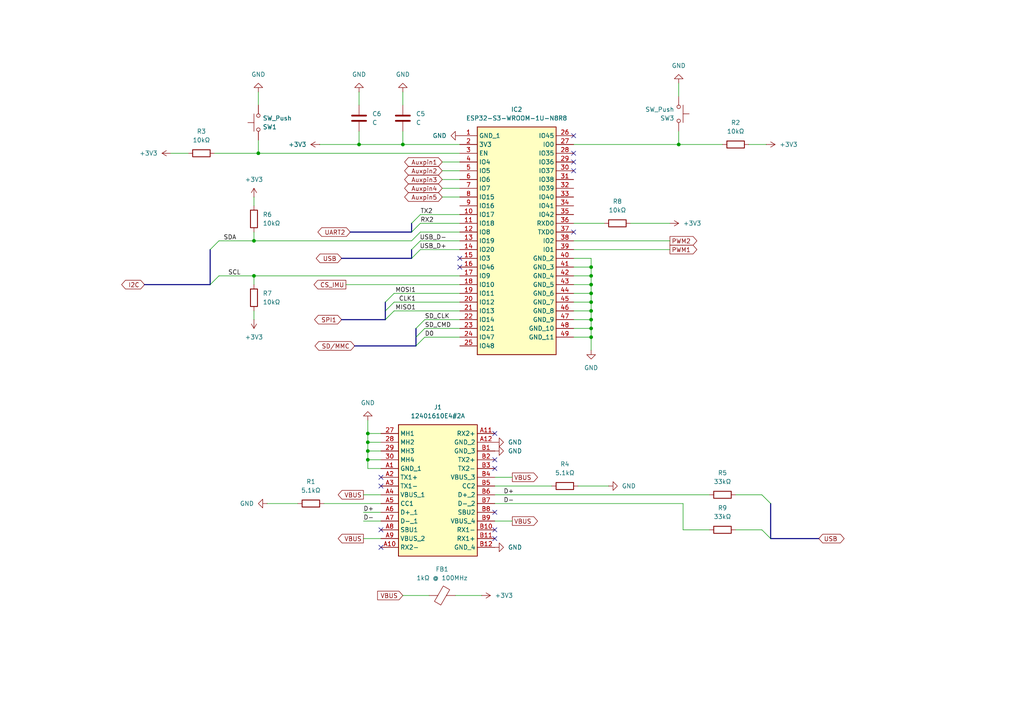
<source format=kicad_sch>
(kicad_sch (version 20250114) (generator "eeschema") (generator_version "9.0")
  (paper "A4")
  (lib_symbols
    (symbol "12401610E4#2A:12401610E4#2A"
      (property "Reference" "J" (at 29.21 7.62 0))
      (property "Value" "12401610E4#2A" (at 29.21 5.08 0))
      (symbol "12401610E4#2A_1_1"
        (rectangle (start 5.08 2.54) (end 27.94 -35.56) (stroke (width 0.254)) (fill (type background)))
        (pin passive line (at 0 0 0) (length 5.08) (name "MH1") (number "27"))
        (pin passive line (at 0 -2.54 0) (length 5.08) (name "MH2") (number "28"))
        (pin passive line (at 0 -5.08 0) (length 5.08) (name "MH3") (number "29"))
        (pin passive line (at 0 -7.62 0) (length 5.08) (name "MH4") (number "30"))
        (pin passive line (at 0 -10.16 0) (length 5.08) (name "GND_1") (number "A1"))
        (pin passive line (at 0 -12.7 0) (length 5.08) (name "TX1+") (number "A2"))
        (pin passive line (at 0 -15.24 0) (length 5.08) (name "TX1-") (number "A3"))
        (pin passive line (at 0 -17.78 0) (length 5.08) (name "VBUS_1") (number "A4"))
        (pin passive line (at 0 -20.32 0) (length 5.08) (name "CC1") (number "A5"))
        (pin passive line (at 0 -22.86 0) (length 5.08) (name "D+_1") (number "A6"))
        (pin passive line (at 0 -25.4 0) (length 5.08) (name "D-_1") (number "A7"))
        (pin passive line (at 0 -27.94 0) (length 5.08) (name "SBU1") (number "A8"))
        (pin passive line (at 0 -30.48 0) (length 5.08) (name "VBUS_2") (number "A9"))
        (pin passive line (at 0 -33.02 0) (length 5.08) (name "RX2-") (number "A10"))
        (pin passive line (at 33.02 0 180) (length 5.08) (name "RX2+") (number "A11"))
        (pin passive line (at 33.02 -2.54 180) (length 5.08) (name "GND_2") (number "A12"))
        (pin passive line (at 33.02 -5.08 180) (length 5.08) (name "GND_3") (number "B1"))
        (pin passive line (at 33.02 -7.62 180) (length 5.08) (name "TX2+") (number "B2"))
        (pin passive line (at 33.02 -10.16 180) (length 5.08) (name "TX2-") (number "B3"))
        (pin passive line (at 33.02 -12.7 180) (length 5.08) (name "VBUS_3") (number "B4"))
        (pin passive line (at 33.02 -15.24 180) (length 5.08) (name "CC2") (number "B5"))
        (pin passive line (at 33.02 -17.78 180) (length 5.08) (name "D+_2") (number "B6"))
        (pin passive line (at 33.02 -20.32 180) (length 5.08) (name "D-_2") (number "B7"))
        (pin passive line (at 33.02 -22.86 180) (length 5.08) (name "SBU2") (number "B8"))
        (pin passive line (at 33.02 -25.4 180) (length 5.08) (name "VBUS_4") (number "B9"))
        (pin passive line (at 33.02 -27.94 180) (length 5.08) (name "RX1-") (number "B10"))
        (pin passive line (at 33.02 -30.48 180) (length 5.08) (name "RX1+") (number "B11"))
        (pin passive line (at 33.02 -33.02 180) (length 5.08) (name "GND_4") (number "B12"))
      )
    )
    (symbol "Device:C" (pin_numbers (hide yes)) (pin_names (offset 0.254))
      (property "Reference" "C" (at 0.635 2.54 0))
      (property "Value" "C" (at 0.635 -2.54 0))
      (symbol "C_0_1"
        (polyline (pts (xy -2.032 0.762) (xy 2.032 0.762)) (stroke (width 0.508)))
        (polyline (pts (xy -2.032 -0.762) (xy 2.032 -0.762)) (stroke (width 0.508)))
      )
      (symbol "C_1_1"
        (pin passive line (at 0 3.81 270) (length 2.794) (name "~") (number "1"))
        (pin passive line (at 0 -3.81 90) (length 2.794) (name "~") (number "2"))
      )
    )
    (symbol "Device:FerriteBead" (pin_numbers (hide yes)) (pin_names (offset 0))
      (property "Reference" "FB" (at -3.81 0.635 90))
      (property "Value" "FerriteBead" (at 3.81 0 90))
      (symbol "FerriteBead_0_1"
        (polyline (pts (xy -2.7686 0.4064) (xy -1.7018 2.2606) (xy 2.7686 -0.3048) (xy 1.6764 -2.159) (xy -2.7686 0.4064)))
        (polyline (pts (xy 0 1.27) (xy 0 1.2954)))
        (polyline (pts (xy 0 -1.27) (xy 0 -1.2192)))
      )
      (symbol "FerriteBead_1_1"
        (pin passive line (at 0 3.81 270) (length 2.54) (name "~") (number "1"))
        (pin passive line (at 0 -3.81 90) (length 2.54) (name "~") (number "2"))
      )
    )
    (symbol "Device:R" (pin_numbers (hide yes)) (pin_names (offset 0))
      (property "Reference" "R" (at 2.032 0 90))
      (property "Value" "R" (at 0 0 90))
      (symbol "R_0_1"
        (rectangle (start -1.016 -2.54) (end 1.016 2.54) (stroke (width 0.254)))
      )
      (symbol "R_1_1"
        (pin passive line (at 0 3.81 270) (length 1.27) (name "~") (number "1"))
        (pin passive line (at 0 -3.81 90) (length 1.27) (name "~") (number "2"))
      )
    )
    (symbol "ESP32-S3-WROOM-1U-N8R8:ESP32-S3-WROOM-1U-N8R8"
      (property "Reference" "IC" (at 29.21 7.62 0))
      (property "Value" "ESP32-S3-WROOM-1U-N8R8" (at 29.21 5.08 0))
      (symbol "ESP32-S3-WROOM-1U-N8R8_1_1"
        (rectangle (start 5.08 2.54) (end 27.94 -63.5) (stroke (width 0.254)) (fill (type background)))
        (pin passive line (at 0 0 0) (length 5.08) (name "GND_1") (number "1"))
        (pin passive line (at 0 -2.54 0) (length 5.08) (name "3V3") (number "2"))
        (pin passive line (at 0 -5.08 0) (length 5.08) (name "EN") (number "3"))
        (pin passive line (at 0 -7.62 0) (length 5.08) (name "IO4") (number "4"))
        (pin passive line (at 0 -10.16 0) (length 5.08) (name "IO5") (number "5"))
        (pin passive line (at 0 -12.7 0) (length 5.08) (name "IO6") (number "6"))
        (pin passive line (at 0 -15.24 0) (length 5.08) (name "IO7") (number "7"))
        (pin passive line (at 0 -17.78 0) (length 5.08) (name "IO15") (number "8"))
        (pin passive line (at 0 -20.32 0) (length 5.08) (name "IO16") (number "9"))
        (pin passive line (at 0 -22.86 0) (length 5.08) (name "IO17") (number "10"))
        (pin passive line (at 0 -25.4 0) (length 5.08) (name "IO18") (number "11"))
        (pin passive line (at 0 -27.94 0) (length 5.08) (name "IO8") (number "12"))
        (pin passive line (at 0 -30.48 0) (length 5.08) (name "IO19") (number "13"))
        (pin passive line (at 0 -33.02 0) (length 5.08) (name "IO20") (number "14"))
        (pin passive line (at 0 -35.56 0) (length 5.08) (name "IO3") (number "15"))
        (pin passive line (at 0 -38.1 0) (length 5.08) (name "IO46") (number "16"))
        (pin passive line (at 0 -40.64 0) (length 5.08) (name "IO9") (number "17"))
        (pin passive line (at 0 -43.18 0) (length 5.08) (name "IO10") (number "18"))
        (pin passive line (at 0 -45.72 0) (length 5.08) (name "IO11") (number "19"))
        (pin passive line (at 0 -48.26 0) (length 5.08) (name "IO12") (number "20"))
        (pin passive line (at 0 -50.8 0) (length 5.08) (name "IO13") (number "21"))
        (pin passive line (at 0 -53.34 0) (length 5.08) (name "IO14") (number "22"))
        (pin passive line (at 0 -55.88 0) (length 5.08) (name "IO21") (number "23"))
        (pin passive line (at 0 -58.42 0) (length 5.08) (name "IO47") (number "24"))
        (pin passive line (at 0 -60.96 0) (length 5.08) (name "IO48") (number "25"))
        (pin passive line (at 33.02 0 180) (length 5.08) (name "IO45") (number "26"))
        (pin passive line (at 33.02 -2.54 180) (length 5.08) (name "IO0") (number "27"))
        (pin passive line (at 33.02 -5.08 180) (length 5.08) (name "IO35") (number "28"))
        (pin passive line (at 33.02 -7.62 180) (length 5.08) (name "IO36") (number "29"))
        (pin passive line (at 33.02 -10.16 180) (length 5.08) (name "IO37") (number "30"))
        (pin passive line (at 33.02 -12.7 180) (length 5.08) (name "IO38") (number "31"))
        (pin passive line (at 33.02 -15.24 180) (length 5.08) (name "IO39") (number "32"))
        (pin passive line (at 33.02 -17.78 180) (length 5.08) (name "IO40") (number "33"))
        (pin passive line (at 33.02 -20.32 180) (length 5.08) (name "IO41") (number "34"))
        (pin passive line (at 33.02 -22.86 180) (length 5.08) (name "IO42") (number "35"))
        (pin passive line (at 33.02 -25.4 180) (length 5.08) (name "RXD0") (number "36"))
        (pin passive line (at 33.02 -27.94 180) (length 5.08) (name "TXD0") (number "37"))
        (pin passive line (at 33.02 -30.48 180) (length 5.08) (name "IO2") (number "38"))
        (pin passive line (at 33.02 -33.02 180) (length 5.08) (name "IO1") (number "39"))
        (pin passive line (at 33.02 -35.56 180) (length 5.08) (name "GND_2") (number "40"))
        (pin passive line (at 33.02 -38.1 180) (length 5.08) (name "GND_3") (number "41"))
        (pin passive line (at 33.02 -40.64 180) (length 5.08) (name "GND_4") (number "42"))
        (pin passive line (at 33.02 -43.18 180) (length 5.08) (name "GND_5") (number "43"))
        (pin passive line (at 33.02 -45.72 180) (length 5.08) (name "GND_6") (number "44"))
        (pin passive line (at 33.02 -48.26 180) (length 5.08) (name "GND_7") (number "45"))
        (pin passive line (at 33.02 -50.8 180) (length 5.08) (name "GND_8") (number "46"))
        (pin passive line (at 33.02 -53.34 180) (length 5.08) (name "GND_9") (number "47"))
        (pin passive line (at 33.02 -55.88 180) (length 5.08) (name "GND_10") (number "48"))
        (pin passive line (at 33.02 -58.42 180) (length 5.08) (name "GND_11") (number "49"))
      )
    )
    (symbol "Switch:SW_Push" (pin_numbers (hide yes)) (pin_names (offset 1.016) (hide yes))
      (property "Reference" "SW" (at 1.27 2.54 0))
      (property "Value" "SW_Push" (at 0 -1.524 0))
      (symbol "SW_Push_0_1"
        (circle (center -2.032 0) (radius 0.508))
        (polyline (pts (xy 0 1.27) (xy 0 3.048)))
        (circle (center 2.032 0) (radius 0.508))
        (polyline (pts (xy 2.54 1.27) (xy -2.54 1.27)))
        (pin passive line (at -5.08 0 0) (length 2.54) (name "1") (number "1"))
        (pin passive line (at 5.08 0 180) (length 2.54) (name "2") (number "2"))
      )
    )
    (symbol "power:+3V3" (power) (pin_numbers (hide yes)) (pin_names (offset 0) (hide yes))
      (property "Value" "+3V3" (at 0 3.556 0))
      (symbol "+3V3_0_1"
        (polyline (pts (xy -0.762 1.27) (xy 0 2.54)))
        (polyline (pts (xy 0 2.54) (xy 0.762 1.27)))
        (polyline (pts (xy 0 0) (xy 0 2.54)))
      )
      (symbol "+3V3_1_1"
        (pin power_in line (at 0 0 90) (length 0) (name "~") (number "1"))
      )
    )
    (symbol "power:GND" (power) (pin_numbers (hide yes)) (pin_names (offset 0) (hide yes))
      (property "Value" "GND" (at 0 -3.81 0))
      (symbol "GND_0_1"
        (polyline (pts (xy 0 0) (xy 0 -1.27) (xy 1.27 -1.27) (xy 0 -2.54) (xy -1.27 -1.27) (xy 0 -1.27)))
      )
      (symbol "GND_1_1"
        (pin power_in line (at 0 0 270) (length 0) (name "~") (number "1"))
      )
    )
  )
  (junction (at 106.68 128.27))
  (junction (at 171.45 95.25))
  (junction (at 106.68 130.81))
  (junction (at 73.66 80.01))
  (junction (at 171.45 85.09))
  (junction (at 171.45 82.55))
  (junction (at 171.45 80.01))
  (junction (at 104.14 41.91))
  (junction (at 106.68 125.73))
  (junction (at 106.68 133.35))
  (junction (at 73.66 69.85))
  (junction (at 171.45 90.17))
  (junction (at 74.93 44.45))
  (junction (at 116.84 41.91))
  (junction (at 196.85 41.91))
  (junction (at 171.45 92.71))
  (junction (at 171.45 97.79))
  (junction (at 171.45 77.47))
  (junction (at 171.45 87.63))
  (no_connect (at 166.37 39.37))
  (no_connect (at 110.49 158.75))
  (no_connect (at 166.37 49.53))
  (no_connect (at 143.51 135.89))
  (no_connect (at 143.51 125.73))
  (no_connect (at 133.35 77.47))
  (no_connect (at 110.49 140.97))
  (no_connect (at 166.37 46.99))
  (no_connect (at 166.37 44.45))
  (no_connect (at 143.51 156.21))
  (no_connect (at 133.35 74.93))
  (no_connect (at 143.51 133.35))
  (no_connect (at 166.37 67.31))
  (no_connect (at 110.49 138.43))
  (no_connect (at 143.51 148.59))
  (no_connect (at 110.49 153.67))
  (no_connect (at 143.51 153.67))
  (bus_entry (at 63.5 69.85) (size -2.54 2.54))
  (bus_entry (at 220.98 143.51) (size 2.54 2.54))
  (bus_entry (at 119.38 67.31) (size 2.54 -2.54))
  (bus_entry (at 114.3 85.09) (size -2.54 2.54))
  (bus_entry (at 119.38 64.77) (size 2.54 -2.54))
  (bus_entry (at 119.38 72.39) (size 2.54 -2.54))
  (bus_entry (at 63.5 80.01) (size -2.54 2.54))
  (bus_entry (at 220.98 153.67) (size 2.54 2.54))
  (bus_entry (at 114.3 90.17) (size -2.54 2.54))
  (bus_entry (at 114.3 87.63) (size -2.54 2.54))
  (bus_entry (at 123.19 95.25) (size -2.54 2.54))
  (bus_entry (at 123.19 97.79) (size -2.54 2.54))
  (bus_entry (at 123.19 92.71) (size -2.54 2.54))
  (bus_entry (at 119.38 74.93) (size 2.54 -2.54))
  (wire (pts (xy 222.25 41.91) (xy 217.17 41.91)))
  (wire (pts (xy 166.37 41.91) (xy 196.85 41.91)))
  (wire (pts (xy 106.68 130.81) (xy 110.49 130.81)))
  (bus (pts (xy 60.96 72.39) (xy 60.96 82.55)))
  (wire (pts (xy 128.27 46.99) (xy 133.35 46.99)))
  (wire (pts (xy 166.37 74.93) (xy 171.45 74.93)))
  (wire (pts (xy 167.64 140.97) (xy 176.53 140.97)))
  (bus (pts (xy 119.38 64.77) (xy 119.38 67.31)))
  (wire (pts (xy 123.19 92.71) (xy 133.35 92.71)))
  (wire (pts (xy 198.12 153.67) (xy 205.74 153.67)))
  (wire (pts (xy 166.37 64.77) (xy 175.26 64.77)))
  (wire (pts (xy 196.85 41.91) (xy 196.85 38.1)))
  (bus (pts (xy 41.91 82.55) (xy 60.96 82.55)))
  (wire (pts (xy 171.45 80.01) (xy 171.45 82.55)))
  (wire (pts (xy 171.45 90.17) (xy 171.45 92.71)))
  (wire (pts (xy 182.88 64.77) (xy 194.31 64.77)))
  (wire (pts (xy 166.37 85.09) (xy 171.45 85.09)))
  (wire (pts (xy 106.68 133.35) (xy 106.68 135.89)))
  (bus (pts (xy 111.76 87.63) (xy 111.76 90.17)))
  (wire (pts (xy 143.51 143.51) (xy 205.74 143.51)))
  (wire (pts (xy 213.36 143.51) (xy 220.98 143.51)))
  (bus (pts (xy 111.76 92.71) (xy 99.06 92.71)))
  (wire (pts (xy 110.49 146.05) (xy 93.98 146.05)))
  (wire (pts (xy 110.49 151.13) (xy 105.41 151.13)))
  (wire (pts (xy 116.84 172.72) (xy 124.46 172.72)))
  (wire (pts (xy 106.68 133.35) (xy 110.49 133.35)))
  (wire (pts (xy 166.37 82.55) (xy 171.45 82.55)))
  (wire (pts (xy 110.49 143.51) (xy 105.41 143.51)))
  (wire (pts (xy 143.51 140.97) (xy 160.02 140.97)))
  (wire (pts (xy 92.71 41.91) (xy 104.14 41.91)))
  (wire (pts (xy 114.3 85.09) (xy 133.35 85.09)))
  (wire (pts (xy 128.27 49.53) (xy 133.35 49.53)))
  (wire (pts (xy 143.51 146.05) (xy 198.12 146.05)))
  (bus (pts (xy 99.06 74.93) (xy 119.38 74.93)))
  (wire (pts (xy 171.45 87.63) (xy 171.45 90.17)))
  (bus (pts (xy 119.38 72.39) (xy 119.38 74.93)))
  (wire (pts (xy 166.37 77.47) (xy 171.45 77.47)))
  (wire (pts (xy 106.68 130.81) (xy 106.68 133.35)))
  (wire (pts (xy 143.51 138.43) (xy 148.59 138.43)))
  (wire (pts (xy 123.19 95.25) (xy 133.35 95.25)))
  (wire (pts (xy 213.36 153.67) (xy 220.98 153.67)))
  (wire (pts (xy 63.5 69.85) (xy 73.66 69.85)))
  (wire (pts (xy 166.37 87.63) (xy 171.45 87.63)))
  (wire (pts (xy 121.92 67.31) (xy 133.35 67.31)))
  (wire (pts (xy 105.41 148.59) (xy 110.49 148.59)))
  (wire (pts (xy 116.84 26.67) (xy 116.84 30.48)))
  (wire (pts (xy 73.66 57.15) (xy 73.66 59.69)))
  (wire (pts (xy 73.66 67.31) (xy 73.66 69.85)))
  (wire (pts (xy 74.93 44.45) (xy 133.35 44.45)))
  (wire (pts (xy 194.31 69.85) (xy 166.37 69.85)))
  (wire (pts (xy 104.14 38.1) (xy 104.14 41.91)))
  (wire (pts (xy 73.66 90.17) (xy 73.66 92.71)))
  (wire (pts (xy 166.37 97.79) (xy 171.45 97.79)))
  (wire (pts (xy 171.45 97.79) (xy 171.45 101.6)))
  (wire (pts (xy 166.37 90.17) (xy 171.45 90.17)))
  (wire (pts (xy 166.37 95.25) (xy 171.45 95.25)))
  (wire (pts (xy 128.27 57.15) (xy 133.35 57.15)))
  (wire (pts (xy 104.14 26.67) (xy 104.14 30.48)))
  (wire (pts (xy 73.66 69.85) (xy 119.38 69.85)))
  (bus (pts (xy 102.87 100.33) (xy 120.65 100.33)))
  (wire (pts (xy 116.84 41.91) (xy 133.35 41.91)))
  (wire (pts (xy 106.68 121.92) (xy 106.68 125.73)))
  (wire (pts (xy 209.55 41.91) (xy 196.85 41.91)))
  (wire (pts (xy 196.85 24.13) (xy 196.85 27.94)))
  (wire (pts (xy 114.3 87.63) (xy 133.35 87.63)))
  (wire (pts (xy 171.45 92.71) (xy 171.45 95.25)))
  (bus (pts (xy 120.65 97.79) (xy 120.65 100.33)))
  (wire (pts (xy 106.68 135.89) (xy 110.49 135.89)))
  (wire (pts (xy 106.68 128.27) (xy 110.49 128.27)))
  (wire (pts (xy 123.19 97.79) (xy 133.35 97.79)))
  (wire (pts (xy 143.51 151.13) (xy 148.59 151.13)))
  (wire (pts (xy 73.66 80.01) (xy 133.35 80.01)))
  (wire (pts (xy 49.53 44.45) (xy 54.61 44.45)))
  (wire (pts (xy 171.45 74.93) (xy 171.45 77.47)))
  (wire (pts (xy 110.49 156.21) (xy 105.41 156.21)))
  (wire (pts (xy 166.37 72.39) (xy 194.31 72.39)))
  (wire (pts (xy 133.35 72.39) (xy 121.92 72.39)))
  (wire (pts (xy 198.12 146.05) (xy 198.12 153.67)))
  (wire (pts (xy 132.08 172.72) (xy 139.7 172.72)))
  (wire (pts (xy 73.66 80.01) (xy 73.66 82.55)))
  (wire (pts (xy 106.68 125.73) (xy 110.49 125.73)))
  (wire (pts (xy 128.27 52.07) (xy 133.35 52.07)))
  (wire (pts (xy 121.92 62.23) (xy 133.35 62.23)))
  (bus (pts (xy 101.6 67.31) (xy 119.38 67.31)))
  (wire (pts (xy 121.92 67.31) (xy 119.38 69.85)))
  (wire (pts (xy 121.92 64.77) (xy 133.35 64.77)))
  (wire (pts (xy 171.45 95.25) (xy 171.45 97.79)))
  (wire (pts (xy 106.68 125.73) (xy 106.68 128.27)))
  (wire (pts (xy 74.93 44.45) (xy 74.93 40.64)))
  (wire (pts (xy 171.45 85.09) (xy 171.45 87.63)))
  (wire (pts (xy 166.37 80.01) (xy 171.45 80.01)))
  (wire (pts (xy 86.36 146.05) (xy 77.47 146.05)))
  (wire (pts (xy 106.68 128.27) (xy 106.68 130.81)))
  (wire (pts (xy 128.27 54.61) (xy 133.35 54.61)))
  (wire (pts (xy 171.45 82.55) (xy 171.45 85.09)))
  (bus (pts (xy 223.52 156.21) (xy 237.49 156.21)))
  (wire (pts (xy 104.14 41.91) (xy 116.84 41.91)))
  (wire (pts (xy 62.23 44.45) (xy 74.93 44.45)))
  (wire (pts (xy 100.33 82.55) (xy 133.35 82.55)))
  (wire (pts (xy 74.93 26.67) (xy 74.93 30.48)))
  (bus (pts (xy 223.52 146.05) (xy 223.52 156.21)))
  (wire (pts (xy 121.92 69.85) (xy 133.35 69.85)))
  (bus (pts (xy 120.65 95.25) (xy 120.65 97.79)))
  (wire (pts (xy 116.84 38.1) (xy 116.84 41.91)))
  (bus (pts (xy 111.76 90.17) (xy 111.76 92.71)))
  (wire (pts (xy 166.37 92.71) (xy 171.45 92.71)))
  (wire (pts (xy 171.45 77.47) (xy 171.45 80.01)))
  (wire (pts (xy 63.5 80.01) (xy 73.66 80.01)))
  (wire (pts (xy 114.3 90.17) (xy 133.35 90.17)))
  (label "RX2" (at 121.92 64.77 0))
  (label "MISO1" (at 120.65 90.17 180))
  (label "SD_CMD" (at 123.19 95.25 0))
  (label "MOSI1" (at 120.65 85.09 180))
  (label "SDA" (at 68.58 69.85 180))
  (label "USB_D+" (at 129.54 72.39 180))
  (label "USB_D-" (at 129.54 69.85 180))
  (label "SD_CLK" (at 123.19 92.71 0))
  (label "D-" (at 146.05 146.05 0))
  (label "D0" (at 123.19 97.79 0))
  (label "TX2" (at 121.92 62.23 0))
  (label "CLK1" (at 120.65 87.63 180))
  (label "D-" (at 105.41 151.13 0))
  (label "SCL" (at 69.85 80.01 180))
  (label "D+" (at 105.41 148.59 0))
  (label "D+" (at 146.05 143.51 0))
  (global_label "VBUS" (shape input) (at 116.84 172.72 180) (property "Intersheetrefs" "${INTERSHEET_REFS}" (effects (hide yes))))
  (global_label "VBUS" (shape output) (at 105.41 156.21 180) (property "Intersheetrefs" "${INTERSHEET_REFS}" (effects (hide yes))))
  (global_label "Auxpin1" (shape bidirectional) (at 128.27 46.99 180) (property "Intersheetrefs" "${INTERSHEET_REFS}" (effects (hide yes))))
  (global_label "Auxpin3" (shape bidirectional) (at 128.27 52.07 180) (property "Intersheetrefs" "${INTERSHEET_REFS}" (effects (hide yes))))
  (global_label "CS_IMU" (shape output) (at 100.33 82.55 180) (property "Intersheetrefs" "${INTERSHEET_REFS}" (effects (hide yes))))
  (global_label "SPI1" (shape bidirectional) (at 99.06 92.71 180) (property "Intersheetrefs" "${INTERSHEET_REFS}" (effects (hide yes))))
  (global_label "Auxpin5" (shape bidirectional) (at 128.27 57.15 180) (property "Intersheetrefs" "${INTERSHEET_REFS}" (effects (hide yes))))
  (global_label "Auxpin4" (shape bidirectional) (at 128.27 54.61 180) (property "Intersheetrefs" "${INTERSHEET_REFS}" (effects (hide yes))))
  (global_label "UART2" (shape bidirectional) (at 101.6 67.31 180) (property "Intersheetrefs" "${INTERSHEET_REFS}" (effects (hide yes))))
  (global_label "SD{slash}MMC" (shape bidirectional) (at 102.87 100.33 180) (property "Intersheetrefs" "${INTERSHEET_REFS}" (effects (hide yes))))
  (global_label "VBUS" (shape output) (at 148.59 138.43 0) (property "Intersheetrefs" "${INTERSHEET_REFS}" (effects (hide yes))))
  (global_label "PWM1" (shape output) (at 194.31 72.39 0) (property "Intersheetrefs" "${INTERSHEET_REFS}" (effects (hide yes))))
  (global_label "PWM2" (shape output) (at 194.31 69.85 0) (property "Intersheetrefs" "${INTERSHEET_REFS}" (effects (hide yes))))
  (global_label "USB" (shape bidirectional) (at 99.06 74.93 180) (property "Intersheetrefs" "${INTERSHEET_REFS}" (effects (hide yes))))
  (global_label "USB" (shape bidirectional) (at 237.49 156.21 0) (property "Intersheetrefs" "${INTERSHEET_REFS}" (effects (hide yes))))
  (global_label "VBUS" (shape output) (at 148.59 151.13 0) (property "Intersheetrefs" "${INTERSHEET_REFS}" (effects (hide yes))))
  (global_label "Auxpin2" (shape bidirectional) (at 128.27 49.53 180) (property "Intersheetrefs" "${INTERSHEET_REFS}" (effects (hide yes))))
  (global_label "VBUS" (shape output) (at 105.41 143.51 180) (property "Intersheetrefs" "${INTERSHEET_REFS}" (effects (hide yes))))
  (global_label "I2C" (shape bidirectional) (at 41.91 82.55 180) (property "Intersheetrefs" "${INTERSHEET_REFS}" (effects (hide yes))))
  (symbol (lib_id "Device:R") (at 213.36 41.91 270) (mirror x) (unit 1)
    (property "Reference" "R2" (at 213.36 35.56 90))
    (property "Value" "10kΩ" (at 213.36 38.1 90))
    (property "Description" "Resistor" (effects (hide yes)))
  )
  (symbol (lib_id "power:GND") (at 116.84 26.67 180) (unit 1)
    (property "Reference" "#PWR09" (effects (hide yes)))
    (property "Value" "GND" (at 116.84 21.59 0))
    (property "Description" "Power symbol creates a global label with name \"GND\" , ground" (effects (hide yes)))
  )
  (symbol (lib_id "Device:R") (at 73.66 63.5 180) (unit 1)
    (property "Reference" "R6" (at 76.2 62.2299 0) (effects (justify right)))
    (property "Value" "10kΩ" (at 76.2 64.7699 0) (effects (justify right)))
    (property "Description" "Resistor" (effects (hide yes)))
  )
  (symbol (lib_id "Device:C") (at 116.84 34.29 0) (unit 1)
    (property "Reference" "C5" (at 120.65 33.0199 0) (effects (justify left)))
    (property "Value" "C" (at 120.65 35.5599 0) (effects (justify left)))
    (property "Description" "Unpolarized capacitor" (effects (hide yes)))
  )
  (symbol (lib_id "power:GND") (at 143.51 128.27 90) (unit 1)
    (property "Reference" "#PWR03" (effects (hide yes)))
    (property "Value" "GND" (at 147.32 128.2699 90) (effects (justify right)))
    (property "Description" "Power symbol creates a global label with name \"GND\" , ground" (effects (hide yes)))
  )
  (symbol (lib_id "power:+3V3") (at 73.66 57.15 0) (unit 1)
    (property "Reference" "#PWR011" (effects (hide yes)))
    (property "Value" "+3V3" (at 73.66 52.07 0))
    (property "Description" "Power symbol creates a global label with name \"+3V3\"" (effects (hide yes)))
  )
  (symbol (lib_id "Device:C") (at 104.14 34.29 0) (unit 1)
    (property "Reference" "C6" (at 107.95 33.0199 0) (effects (justify left)))
    (property "Value" "C" (at 107.95 35.5599 0) (effects (justify left)))
    (property "Description" "Unpolarized capacitor" (effects (hide yes)))
  )
  (symbol (lib_id "power:GND") (at 143.51 130.81 90) (unit 1)
    (property "Reference" "#PWR04" (effects (hide yes)))
    (property "Value" "GND" (at 147.32 130.8099 90) (effects (justify right)))
    (property "Description" "Power symbol creates a global label with name \"GND\" , ground" (effects (hide yes)))
  )
  (symbol (lib_id "Switch:SW_Push") (at 196.85 33.02 270) (unit 1)
    (property "Reference" "SW3" (at 195.58 34.2901 90) (effects (justify right)))
    (property "Value" "SW_Push" (at 195.58 31.7501 90) (effects (justify right)))
    (property "Description" "Push button switch, generic, two pins" (effects (hide yes)))
  )
  (symbol (lib_id "power:GND") (at 171.45 101.6 0) (unit 1)
    (property "Reference" "#PWR025" (effects (hide yes)))
    (property "Value" "GND" (at 171.45 106.68 0))
    (property "Description" "Power symbol creates a global label with name \"GND\" , ground" (effects (hide yes)))
  )
  (symbol (lib_id "power:GND") (at 196.85 24.13 180) (unit 1)
    (property "Reference" "#PWR027" (effects (hide yes)))
    (property "Value" "GND" (at 196.85 19.05 0))
    (property "Description" "Power symbol creates a global label with name \"GND\" , ground" (effects (hide yes)))
  )
  (symbol (lib_id "power:+3V3") (at 194.31 64.77 270) (unit 1)
    (property "Reference" "#PWR026" (effects (hide yes)))
    (property "Value" "+3V3" (at 198.12 64.7699 90) (effects (justify left)))
    (property "Description" "Power symbol creates a global label with name \"+3V3\"" (effects (hide yes)))
  )
  (symbol (lib_id "power:+3V3") (at 73.66 92.71 180) (unit 1)
    (property "Reference" "#PWR012" (effects (hide yes)))
    (property "Value" "+3V3" (at 73.66 97.79 0))
    (property "Description" "Power symbol creates a global label with name \"+3V3\"" (effects (hide yes)))
  )
  (symbol (lib_id "power:GND") (at 104.14 26.67 180) (unit 1)
    (property "Reference" "#PWR010" (effects (hide yes)))
    (property "Value" "GND" (at 104.14 21.59 0))
    (property "Description" "Power symbol creates a global label with name \"GND\" , ground" (effects (hide yes)))
  )
  (symbol (lib_id "Device:FerriteBead") (at 128.27 172.72 90) (unit 1)
    (property "Reference" "FB1" (at 128.2192 165.1 90))
    (property "Value" "1kΩ @ 100MHz" (at 128.2192 167.64 90))
    (property "Description" "Ferrite bead" (effects (hide yes)))
  )
  (symbol (lib_id "power:+3V3") (at 139.7 172.72 270) (unit 1)
    (property "Reference" "#PWR016" (effects (hide yes)))
    (property "Value" "+3V3" (at 143.51 172.7199 90) (effects (justify left)))
    (property "Description" "Power symbol creates a global label with name \"+3V3\"" (effects (hide yes)))
  )
  (symbol (lib_id "Device:R") (at 163.83 140.97 90) (unit 1)
    (property "Reference" "R4" (at 163.83 134.62 90))
    (property "Value" "5.1kΩ" (at 163.83 137.16 90))
    (property "Description" "Resistor" (effects (hide yes)))
  )
  (symbol (lib_id "Device:R") (at 209.55 153.67 90) (unit 1)
    (property "Reference" "R9" (at 209.55 147.32 90))
    (property "Value" "33kΩ" (at 209.55 149.86 90))
    (property "Description" "Resistor" (effects (hide yes)))
  )
  (symbol (lib_id "Device:R") (at 209.55 143.51 90) (unit 1)
    (property "Reference" "R5" (at 209.55 137.16 90))
    (property "Value" "33kΩ" (at 209.55 139.7 90))
    (property "Description" "Resistor" (effects (hide yes)))
  )
  (symbol (lib_id "Device:R") (at 90.17 146.05 270) (mirror x) (unit 1)
    (property "Reference" "R1" (at 90.17 139.7 90))
    (property "Value" "5.1kΩ" (at 90.17 142.24 90))
    (property "Description" "Resistor" (effects (hide yes)))
  )
  (symbol (lib_id "power:GND") (at 106.68 121.92 180) (unit 1)
    (property "Reference" "#PWR05" (effects (hide yes)))
    (property "Value" "GND" (at 106.68 116.84 0))
    (property "Description" "Power symbol creates a global label with name \"GND\" , ground" (effects (hide yes)))
  )
  (symbol (lib_id "ESP32-S3-WROOM-1U-N8R8:ESP32-S3-WROOM-1U-N8R8") (at 133.35 39.37 0) (unit 1)
    (property "Reference" "IC2" (at 149.86 31.75 0))
    (property "Value" "ESP32-S3-WROOM-1U-N8R8" (at 149.86 34.29 0))
    (property "Footprint" "ESP32S3WROOM1UN8R8" (effects (hide yes)))
    (property "Datasheet" "https://www.espressif.com/sites/default/files/documentation/esp32-s3-wroom-1_wroom-1u_datasheet_en.pdf" (effects (hide yes)))
    (property "Description" "Multiprotocol Modules SMD Module, ESP32-S3R8, 8 MB Octal PSRAM Die, 8 MB Quad SPI Flash, IPEX Antenna Connector" (effects (hide yes)))
    (property "Height" "3.35" (effects (hide yes)))
    (property "Mouser Part Number" "356-ESP32S3WRM1UN8R8" (effects (hide yes)))
    (property "Mouser Price/Stock" "https://www.mouser.co.uk/ProductDetail/Espressif-Systems/ESP32-S3-WROOM-1U-N8R8?qs=Li%252BoUPsLEnvOglIa3CypaQ%3D%3D" (effects (hide yes)))
    (property "Manufacturer_Name" "Espressif Systems" (effects (hide yes)))
    (property "Manufacturer_Part_Number" "ESP32-S3-WROOM-1U-N8R8" (effects (hide yes)))
  )
  (symbol (lib_id "Device:R") (at 73.66 86.36 180) (unit 1)
    (property "Reference" "R7" (at 76.2 85.0899 0) (effects (justify right)))
    (property "Value" "10kΩ" (at 76.2 87.6299 0) (effects (justify right)))
    (property "Description" "Resistor" (effects (hide yes)))
  )
  (symbol (lib_id "power:GND") (at 176.53 140.97 90) (unit 1)
    (property "Reference" "#PWR06" (effects (hide yes)))
    (property "Value" "GND" (at 180.34 140.9699 90) (effects (justify right)))
    (property "Description" "Power symbol creates a global label with name \"GND\" , ground" (effects (hide yes)))
  )
  (symbol (lib_id "power:GND") (at 77.47 146.05 270) (mirror x) (unit 1)
    (property "Reference" "#PWR07" (effects (hide yes)))
    (property "Value" "GND" (at 73.66 146.0499 90) (effects (justify right)))
    (property "Description" "Power symbol creates a global label with name \"GND\" , ground" (effects (hide yes)))
  )
  (symbol (lib_id "power:GND") (at 74.93 26.67 0) (mirror x) (unit 1)
    (property "Reference" "#PWR014" (effects (hide yes)))
    (property "Value" "GND" (at 74.93 21.59 0))
    (property "Description" "Power symbol creates a global label with name \"GND\" , ground" (effects (hide yes)))
  )
  (symbol (lib_id "power:+3V3") (at 222.25 41.91 270) (mirror x) (unit 1)
    (property "Reference" "#PWR013" (effects (hide yes)))
    (property "Value" "+3V3" (at 226.06 41.9099 90) (effects (justify left)))
    (property "Description" "Power symbol creates a global label with name \"+3V3\"" (effects (hide yes)))
  )
  (symbol (lib_id "12401610E4#2A:12401610E4#2A") (at 110.49 125.73 0) (unit 1)
    (property "Reference" "J1" (at 127 118.11 0))
    (property "Value" "12401610E4#2A" (at 127 120.65 0))
    (property "Footprint" "12401610E42A" (effects (hide yes)))
    (property "Datasheet" "https://cdn.amphenol-cs.com/media/wysiwyg/files/drawing/c12401610_c.pdf" (effects (hide yes)))
    (property "Description" "USB3.2 GEN2, Type C, Top mount, CH 1.58mm, Dual Row SMT" (effects (hide yes)))
    (property "Height" "3.43" (effects (hide yes)))
    (property "Manufacturer_Name" "Amphenol Communications Solutions" (effects (hide yes)))
    (property "Manufacturer_Part_Number" "12401610E4#2A" (effects (hide yes)))
  )
  (symbol (lib_id "power:+3V3") (at 49.53 44.45 90) (unit 1)
    (property "Reference" "#PWR015" (effects (hide yes)))
    (property "Value" "+3V3" (at 45.72 44.4499 90) (effects (justify left)))
    (property "Description" "Power symbol creates a global label with name \"+3V3\"" (effects (hide yes)))
  )
  (symbol (lib_id "Device:R") (at 58.42 44.45 90) (unit 1)
    (property "Reference" "R3" (at 58.42 38.1 90))
    (property "Value" "10kΩ" (at 58.42 40.64 90))
    (property "Description" "Resistor" (effects (hide yes)))
  )
  (symbol (lib_id "Switch:SW_Push") (at 74.93 35.56 90) (mirror x) (unit 1)
    (property "Reference" "SW1" (at 76.2 36.8301 90) (effects (justify right)))
    (property "Value" "SW_Push" (at 76.2 34.2901 90) (effects (justify right)))
    (property "Description" "Push button switch, generic, two pins" (effects (hide yes)))
  )
  (symbol (lib_id "Device:R") (at 179.07 64.77 90) (unit 1)
    (property "Reference" "R8" (at 179.07 58.42 90))
    (property "Value" "10kΩ" (at 179.07 60.96 90))
    (property "Description" "Resistor" (effects (hide yes)))
  )
  (symbol (lib_id "power:GND") (at 133.35 39.37 270) (unit 1)
    (property "Reference" "#PWR01" (effects (hide yes)))
    (property "Value" "GND" (at 129.54 39.3699 90) (effects (justify right)))
    (property "Description" "Power symbol creates a global label with name \"GND\" , ground" (effects (hide yes)))
  )
  (symbol (lib_id "power:GND") (at 143.51 158.75 90) (unit 1)
    (property "Reference" "#PWR02" (effects (hide yes)))
    (property "Value" "GND" (at 147.32 158.7499 90) (effects (justify right)))
    (property "Description" "Power symbol creates a global label with name \"GND\" , ground" (effects (hide yes)))
  )
  (symbol (lib_id "power:+3V3") (at 92.71 41.91 90) (unit 1)
    (property "Reference" "#PWR08" (effects (hide yes)))
    (property "Value" "+3V3" (at 88.9 41.9099 90) (effects (justify left)))
    (property "Description" "Power symbol creates a global label with name \"+3V3\"" (effects (hide yes)))
  )
)
</source>
